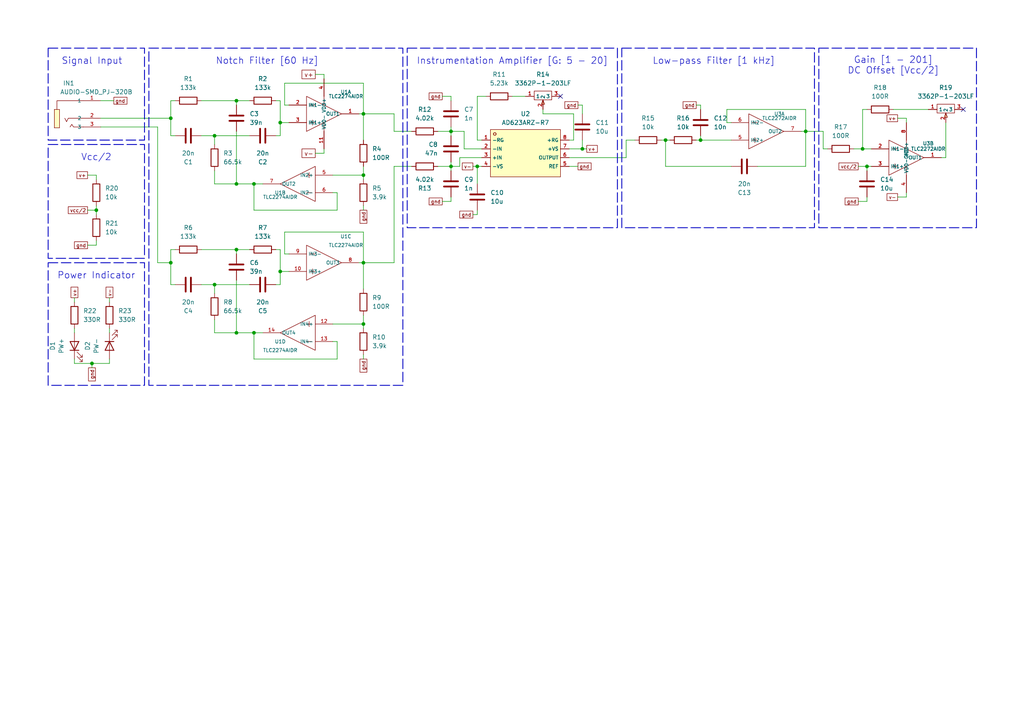
<source format=kicad_sch>
(kicad_sch (version 20250114) (generator "eeschema") (generator_version "9.0")
  (paper "A4")
  (lib_symbols
    (symbol "3362P-1-203LF:3362P-1-203LF"
      (property "Reference" "R" (at 0 1.27 0))
      (property "Value" "3362P-1-203LF" (at 0 -2.54 0))
      (symbol "3362P-1-203LF_0_1"
        (polyline (pts (xy -0.254 0) (xy -1.524 0)))
        (polyline (pts (xy 0.254 0) (xy -1.016 -0.508) (xy -1.016 0.508) (xy 0.254 0)) (fill (type background)))
        (polyline (pts (xy 0.254 -2.54) (xy 0.254 2.54) (xy 2.794 2.54) (xy 2.794 -2.54) (xy 0.254 -2.54)))
        (pin input line (at -2.54 0 0) (length 2.54) (name "2") (number "2"))
        (pin input line (at 1.27 5.08 270) (length 2.54) (name "1") (number "1"))
        (pin input line (at 1.27 -5.08 90) (length 2.54) (name "3") (number "3"))
      )
    )
    (symbol "AD623ARZ-R7:AD623ARZ-R7"
      (property "Reference" "U" (at 0 1.27 0))
      (property "Value" "AD623ARZ-R7" (at 0 -2.54 0))
      (symbol "AD623ARZ-R7_0_1"
        (rectangle (start -10.16 6.858) (end 10.16 -6.858) (fill (type background)))
        (circle (center -8.89 5.588) (radius 0.381) (fill (type background)))
        (circle (center -8.89 5.588) (radius 0.381) (fill (type background)))
        (pin unspecified line (at -12.7 3.81 0) (length 2.54) (name "-RG") (number "1"))
        (pin unspecified line (at -12.7 1.27 0) (length 2.54) (name "-IN") (number "2"))
        (pin unspecified line (at -12.7 -1.27 0) (length 2.54) (name "+IN") (number "3"))
        (pin unspecified line (at -12.7 -3.81 0) (length 2.54) (name "-VS") (number "4"))
        (pin unspecified line (at 12.7 3.81 180) (length 2.54) (name "+RG") (number "8"))
        (pin unspecified line (at 12.7 1.27 180) (length 2.54) (name "+VS") (number "7"))
        (pin unspecified line (at 12.7 -1.27 180) (length 2.54) (name "OUTPUT") (number "6"))
        (pin unspecified line (at 12.7 -3.81 180) (length 2.54) (name "REF") (number "5"))
      )
    )
    (symbol "Device:C" (pin_numbers (hide yes)) (pin_names (offset 0.254))
      (property "Reference" "C" (at 0.635 2.54 0))
      (property "Value" "C" (at 0.635 -2.54 0))
      (symbol "C_0_1"
        (polyline (pts (xy -2.032 0.762) (xy 2.032 0.762)) (stroke (width 0.508)))
        (polyline (pts (xy -2.032 -0.762) (xy 2.032 -0.762)) (stroke (width 0.508)))
      )
      (symbol "C_1_1"
        (pin passive line (at 0 3.81 270) (length 2.794) (name "~") (number "1"))
        (pin passive line (at 0 -3.81 90) (length 2.794) (name "~") (number "2"))
      )
    )
    (symbol "Device:LED" (pin_numbers (hide yes)) (pin_names (offset 1.016) (hide yes))
      (property "Reference" "D" (at 0 2.54 0))
      (property "Value" "LED" (at 0 -2.54 0))
      (symbol "LED_0_1"
        (polyline (pts (xy -3.048 -0.762) (xy -4.572 -2.286) (xy -3.81 -2.286) (xy -4.572 -2.286) (xy -4.572 -1.524)))
        (polyline (pts (xy -1.778 -0.762) (xy -3.302 -2.286) (xy -2.54 -2.286) (xy -3.302 -2.286) (xy -3.302 -1.524)))
        (polyline (pts (xy -1.27 0) (xy 1.27 0)))
        (polyline (pts (xy -1.27 -1.27) (xy -1.27 1.27)) (stroke (width 0.254)))
        (polyline (pts (xy 1.27 -1.27) (xy 1.27 1.27) (xy -1.27 0) (xy 1.27 -1.27)) (stroke (width 0.254)))
      )
      (symbol "LED_1_1"
        (pin passive line (at -3.81 0 0) (length 2.54) (name "K") (number "1"))
        (pin passive line (at 3.81 0 180) (length 2.54) (name "A") (number "2"))
      )
    )
    (symbol "Device:R" (pin_numbers (hide yes)) (pin_names (offset 0))
      (property "Reference" "R" (at 2.032 0 90))
      (property "Value" "R" (at 0 0 90))
      (symbol "R_0_1"
        (rectangle (start -1.016 -2.54) (end 1.016 2.54) (stroke (width 0.254)))
      )
      (symbol "R_1_1"
        (pin passive line (at 0 3.81 270) (length 1.27) (name "~") (number "1"))
        (pin passive line (at 0 -3.81 90) (length 1.27) (name "~") (number "2"))
      )
    )
    (symbol "PJ-320B:PJ-320B"
      (property "Reference" "AUDIO" (at 0 1.27 0))
      (property "Value" "PJ-320B" (at 0 -2.54 0))
      (symbol "PJ-320B_0_1"
        (rectangle (start -7.112 0) (end -5.588 -5.334) (fill (type background)))
        (polyline (pts (xy 1.27 2.54) (xy -6.35 2.54) (xy -6.35 0)))
        (polyline (pts (xy 1.27 -2.54) (xy -3.048 -2.54) (xy -3.556 -3.556) (xy -4.064 -2.54)))
        (polyline (pts (xy 1.27 -5.08) (xy -1.524 -5.08) (xy -2.032 -4.318) (xy -2.54 -5.08)))
        (pin unspecified line (at 6.35 2.54 180) (length 5.08) (name "1") (number "1"))
        (pin unspecified line (at 6.35 -2.54 180) (length 5.08) (name "2") (number "2"))
        (pin unspecified line (at 6.35 -5.08 180) (length 5.08) (name "3") (number "3"))
      )
    )
    (symbol "TLC2272AIDR:TLC2272AIDR"
      (property "Reference" "U" (at 0 1.27 0))
      (property "Value" "TLC2272AIDR" (at 0 -2.54 0))
      (symbol "TLC2272AIDR_1_1"
        (polyline (pts (xy -5.08 -5.08) (xy 5.08 0) (xy -5.08 5.08) (xy -5.08 -5.08)))
        (polyline (pts (xy -4.064 2.54) (xy -2.54 2.54)))
        (polyline (pts (xy -4.064 -2.54) (xy -2.54 -2.54)))
        (polyline (pts (xy -3.302 -1.778) (xy -3.302 -3.302)))
        (pin unspecified line (at -10.16 2.54 0) (length 5.08) (name "IN2-") (number "6"))
        (pin unspecified line (at -10.16 -2.54 0) (length 5.08) (name "IN2+") (number "5"))
        (pin output line (at 10.16 0 180) (length 5.08) (name "OUT2") (number "7"))
      )
      (symbol "TLC2272AIDR_2_1"
        (polyline (pts (xy -5.08 -5.08) (xy 5.08 0) (xy -5.08 5.08) (xy -5.08 -5.08)))
        (polyline (pts (xy -4.064 2.54) (xy -2.54 2.54)))
        (polyline (pts (xy -4.064 -2.54) (xy -2.54 -2.54)))
        (polyline (pts (xy -3.302 -1.778) (xy -3.302 -3.302)))
        (polyline (pts (xy 0 5.08) (xy 0 2.54)))
        (polyline (pts (xy 0 -2.54) (xy 0 -5.08)))
        (pin unspecified line (at -10.16 2.54 0) (length 5.08) (name "IN1-") (number "2"))
        (pin unspecified line (at -10.16 -2.54 0) (length 5.08) (name "IN1+") (number "3"))
        (pin power_in line (at 0 10.16 270) (length 5.08) (name "VDD+") (number "8"))
        (pin power_in line (at 0 -10.16 90) (length 5.08) (name "VDD-GND") (number "4"))
        (pin output line (at 10.16 0 180) (length 5.08) (name "OUT1") (number "1"))
      )
    )
    (symbol "TLC2274AIDR:TLC2274AIDR"
      (property "Reference" "U" (at 0 1.27 0))
      (property "Value" "TLC2274AIDR" (at 0 -2.54 0))
      (symbol "TLC2274AIDR_1_1"
        (polyline (pts (xy -5.08 -5.08) (xy 5.08 0) (xy -5.08 5.08) (xy -5.08 -5.08)))
        (polyline (pts (xy -4.064 2.54) (xy -2.54 2.54)))
        (polyline (pts (xy -4.064 -2.54) (xy -2.54 -2.54)))
        (polyline (pts (xy -3.302 -1.778) (xy -3.302 -3.302)))
        (polyline (pts (xy 0 5.08) (xy 0 2.54)))
        (polyline (pts (xy 0 -2.54) (xy 0 -5.08)))
        (pin unspecified line (at -10.16 2.54 0) (length 5.08) (name "IN1-") (number "2"))
        (pin unspecified line (at -10.16 -2.54 0) (length 5.08) (name "IN1+") (number "3"))
        (pin power_in line (at 0 10.16 270) (length 5.08) (name "VDD+") (number "4"))
        (pin power_in line (at 0 -10.16 90) (length 5.08) (name "VDD-") (number "11"))
        (pin output line (at 10.16 0 180) (length 5.08) (name "OUT1") (number "1"))
      )
      (symbol "TLC2274AIDR_2_1"
        (polyline (pts (xy -5.08 -5.08) (xy 5.08 0) (xy -5.08 5.08) (xy -5.08 -5.08)))
        (polyline (pts (xy -4.064 2.54) (xy -2.54 2.54)))
        (polyline (pts (xy -4.064 -2.54) (xy -2.54 -2.54)))
        (polyline (pts (xy -3.302 -1.778) (xy -3.302 -3.302)))
        (pin unspecified line (at -10.16 2.54 0) (length 5.08) (name "IN2-") (number "6"))
        (pin unspecified line (at -10.16 -2.54 0) (length 5.08) (name "IN2+") (number "5"))
        (pin output line (at 10.16 0 180) (length 5.08) (name "OUT2") (number "7"))
      )
      (symbol "TLC2274AIDR_3_1"
        (polyline (pts (xy -5.08 -5.08) (xy 5.08 0) (xy -5.08 5.08) (xy -5.08 -5.08)))
        (polyline (pts (xy -4.064 2.54) (xy -2.54 2.54)))
        (polyline (pts (xy -4.064 -2.54) (xy -2.54 -2.54)))
        (polyline (pts (xy -3.302 -1.778) (xy -3.302 -3.302)))
        (pin unspecified line (at -10.16 2.54 0) (length 5.08) (name "IN3-") (number "9"))
        (pin unspecified line (at -10.16 -2.54 0) (length 5.08) (name "IN3+") (number "10"))
        (pin output line (at 10.16 0 180) (length 5.08) (name "OUT3") (number "8"))
      )
      (symbol "TLC2274AIDR_4_1"
        (polyline (pts (xy -5.08 -5.08) (xy 5.08 0) (xy -5.08 5.08) (xy -5.08 -5.08)))
        (polyline (pts (xy -4.064 2.54) (xy -2.54 2.54)))
        (polyline (pts (xy -4.064 -2.54) (xy -2.54 -2.54)))
        (polyline (pts (xy -3.302 -1.778) (xy -3.302 -3.302)))
        (pin unspecified line (at -10.16 2.54 0) (length 5.08) (name "IN4-") (number "13"))
        (pin unspecified line (at -10.16 -2.54 0) (length 5.08) (name "IN4+") (number "12"))
        (pin output line (at 10.16 0 180) (length 5.08) (name "OUT4") (number "14"))
      )
    )
  )
  (rectangle (start 118.11 13.97) (end 179.07 66.04) (stroke (width 0.254) (type dash)))
  (rectangle (start 43.18 13.97) (end 116.84 111.76) (stroke (width 0.254) (type dash)))
  (rectangle (start 13.97 13.97) (end 41.91 40.64) (stroke (width 0.254) (type dash)))
  (rectangle (start 180.34 13.97) (end 236.22 66.04) (stroke (width 0.254) (type dash)))
  (rectangle (start 237.49 13.97) (end 283.21 66.04) (stroke (width 0.254) (type dash)))
  (rectangle (start 13.97 76.2) (end 41.91 111.76) (stroke (width 0.254) (type dash)))
  (rectangle (start 13.97 41.91) (end 41.91 74.93) (stroke (width 0.254) (type dash)))
  (text "Instrumentation Amplifier [G: 5 - 20]" (at 148.59 17.78 0) (effects (font (size 1.905 1.905))))
  (text "Notch Filter [60 Hz]" (at 77.47 17.78 0) (effects (font (size 1.905 1.905))))
  (text "Low-pass Filter [1 kHz]" (at 207.01 17.78 0) (effects (font (size 1.905 1.905))))
  (text "Power Indicator" (at 27.94 80.01 0) (effects (font (size 1.905 1.905))))
  (text "Signal Input" (at 26.67 17.78 0) (effects (font (size 1.905 1.905))))
  (text "Vcc/2" (at 27.94 45.72 0) (effects (font (size 1.905 1.905))))
  (text "Gain [1 - 201]\nDC Offset [Vcc/2]" (at 259.08 19.05 0) (effects (font (size 1.905 1.905))))
  (junction (at 105.41 50.8))
  (junction (at 68.58 53.34))
  (junction (at 26.67 105.41))
  (junction (at 73.66 96.52))
  (junction (at 138.43 48.26))
  (junction (at 203.2 40.64))
  (junction (at 168.91 43.18))
  (junction (at 49.53 34.29))
  (junction (at 251.46 48.26))
  (junction (at 250.19 43.18))
  (junction (at 73.66 53.34))
  (junction (at 130.81 38.1))
  (junction (at 27.94 60.96))
  (junction (at 81.28 35.56))
  (junction (at 62.23 82.55))
  (junction (at 62.23 39.37))
  (junction (at 105.41 33.02))
  (junction (at 68.58 29.21))
  (junction (at 105.41 93.98))
  (junction (at 233.68 38.1))
  (junction (at 81.28 78.74))
  (junction (at 193.04 40.64))
  (junction (at 68.58 96.52))
  (junction (at 130.81 48.26))
  (junction (at 49.53 76.2))
  (junction (at 105.41 76.2))
  (junction (at 68.58 72.39))
  (no_connect (at 279.4 31.75))
  (no_connect (at 162.56 27.94))
  (wire (pts (xy 62.23 39.37) (xy 62.23 41.91)))
  (wire (pts (xy 81.28 35.56) (xy 83.82 35.56)))
  (wire (pts (xy 193.04 40.64) (xy 194.31 40.64)))
  (wire (pts (xy 114.3 38.1) (xy 114.3 33.02)))
  (wire (pts (xy 21.59 105.41) (xy 21.59 104.14)))
  (wire (pts (xy 80.01 29.21) (xy 81.28 29.21)))
  (wire (pts (xy 233.68 48.26) (xy 233.68 38.1)))
  (wire (pts (xy 133.35 45.72) (xy 133.35 48.26)))
  (wire (pts (xy 262.89 34.29) (xy 262.89 35.56)))
  (wire (pts (xy 68.58 38.1) (xy 68.58 53.34)))
  (wire (pts (xy 114.3 38.1) (xy 119.38 38.1)))
  (wire (pts (xy 130.81 46.99) (xy 130.81 48.26)))
  (wire (pts (xy 25.4 50.8) (xy 27.94 50.8)))
  (wire (pts (xy 168.91 40.64) (xy 168.91 43.18)))
  (wire (pts (xy 62.23 53.34) (xy 68.58 53.34)))
  (wire (pts (xy 105.41 91.44) (xy 105.41 93.98)))
  (wire (pts (xy 168.91 43.18) (xy 170.18 43.18)))
  (wire (pts (xy 260.35 34.29) (xy 262.89 34.29)))
  (wire (pts (xy 26.67 105.41) (xy 21.59 105.41)))
  (wire (pts (xy 27.94 50.8) (xy 27.94 52.07)))
  (wire (pts (xy 251.46 48.26) (xy 251.46 49.53)))
  (wire (pts (xy 104.14 76.2) (xy 105.41 76.2)))
  (wire (pts (xy 138.43 27.94) (xy 138.43 40.64)))
  (wire (pts (xy 262.89 55.88) (xy 262.89 57.15)))
  (wire (pts (xy 91.44 21.59) (xy 93.98 21.59)))
  (wire (pts (xy 58.42 82.55) (xy 62.23 82.55)))
  (wire (pts (xy 93.98 21.59) (xy 93.98 22.86)))
  (wire (pts (xy 157.48 33.02) (xy 166.37 33.02)))
  (wire (pts (xy 62.23 49.53) (xy 62.23 53.34)))
  (wire (pts (xy 251.46 31.75) (xy 250.19 31.75)))
  (wire (pts (xy 27.94 59.69) (xy 27.94 60.96)))
  (wire (pts (xy 21.59 95.25) (xy 21.59 96.52)))
  (wire (pts (xy 68.58 81.28) (xy 68.58 96.52)))
  (wire (pts (xy 68.58 72.39) (xy 68.58 73.66)))
  (wire (pts (xy 251.46 58.42) (xy 251.46 57.15)))
  (wire (pts (xy 166.37 33.02) (xy 166.37 40.64)))
  (wire (pts (xy 105.41 24.13) (xy 105.41 33.02)))
  (wire (pts (xy 273.05 45.72) (xy 274.32 45.72)))
  (wire (pts (xy 133.35 48.26) (xy 130.81 48.26)))
  (wire (pts (xy 82.55 30.48) (xy 82.55 24.13)))
  (wire (pts (xy 165.1 48.26) (xy 167.64 48.26)))
  (wire (pts (xy 127 48.26) (xy 130.81 48.26)))
  (wire (pts (xy 25.4 60.96) (xy 27.94 60.96)))
  (wire (pts (xy 168.91 30.48) (xy 168.91 33.02)))
  (wire (pts (xy 130.81 57.15) (xy 130.81 58.42)))
  (wire (pts (xy 201.93 40.64) (xy 203.2 40.64)))
  (wire (pts (xy 82.55 24.13) (xy 105.41 24.13)))
  (wire (pts (xy 105.41 67.31) (xy 105.41 76.2)))
  (wire (pts (xy 114.3 48.26) (xy 119.38 48.26)))
  (wire (pts (xy 248.92 48.26) (xy 251.46 48.26)))
  (wire (pts (xy 68.58 29.21) (xy 68.58 30.48)))
  (wire (pts (xy 138.43 40.64) (xy 139.7 40.64)))
  (wire (pts (xy 105.41 59.69) (xy 105.41 60.96)))
  (wire (pts (xy 62.23 96.52) (xy 68.58 96.52)))
  (wire (pts (xy 58.42 29.21) (xy 68.58 29.21)))
  (wire (pts (xy 240.03 43.18) (xy 238.76 43.18)))
  (wire (pts (xy 203.2 40.64) (xy 212.09 40.64)))
  (wire (pts (xy 165.1 43.18) (xy 168.91 43.18)))
  (wire (pts (xy 73.66 53.34) (xy 76.2 53.34)))
  (wire (pts (xy 81.28 35.56) (xy 81.28 39.37)))
  (wire (pts (xy 49.53 72.39) (xy 50.8 72.39)))
  (wire (pts (xy 134.62 43.18) (xy 134.62 38.1)))
  (wire (pts (xy 219.71 48.26) (xy 233.68 48.26)))
  (wire (pts (xy 259.08 31.75) (xy 269.24 31.75)))
  (wire (pts (xy 83.82 73.66) (xy 82.55 73.66)))
  (wire (pts (xy 138.43 60.96) (xy 138.43 62.23)))
  (wire (pts (xy 97.79 60.96) (xy 73.66 60.96)))
  (wire (pts (xy 138.43 48.26) (xy 138.43 53.34)))
  (wire (pts (xy 233.68 31.75) (xy 233.68 38.1)))
  (wire (pts (xy 127 38.1) (xy 130.81 38.1)))
  (wire (pts (xy 49.53 76.2) (xy 49.53 82.55)))
  (wire (pts (xy 68.58 29.21) (xy 72.39 29.21)))
  (wire (pts (xy 105.41 76.2) (xy 105.41 83.82)))
  (wire (pts (xy 45.72 36.83) (xy 45.72 76.2)))
  (wire (pts (xy 104.14 33.02) (xy 105.41 33.02)))
  (wire (pts (xy 167.64 30.48) (xy 168.91 30.48)))
  (wire (pts (xy 130.81 48.26) (xy 130.81 49.53)))
  (wire (pts (xy 81.28 82.55) (xy 80.01 82.55)))
  (wire (pts (xy 81.28 78.74) (xy 83.82 78.74)))
  (wire (pts (xy 247.65 43.18) (xy 250.19 43.18)))
  (wire (pts (xy 31.75 86.36) (xy 31.75 87.63)))
  (wire (pts (xy 73.66 60.96) (xy 73.66 53.34)))
  (wire (pts (xy 93.98 44.45) (xy 93.98 43.18)))
  (wire (pts (xy 73.66 96.52) (xy 76.2 96.52)))
  (wire (pts (xy 31.75 95.25) (xy 31.75 96.52)))
  (wire (pts (xy 31.75 104.14) (xy 31.75 105.41)))
  (wire (pts (xy 105.41 93.98) (xy 105.41 95.25)))
  (wire (pts (xy 25.4 71.12) (xy 27.94 71.12)))
  (wire (pts (xy 82.55 73.66) (xy 82.55 67.31)))
  (wire (pts (xy 248.92 58.42) (xy 251.46 58.42)))
  (wire (pts (xy 31.75 105.41) (xy 26.67 105.41)))
  (wire (pts (xy 82.55 67.31) (xy 105.41 67.31)))
  (wire (pts (xy 81.28 39.37) (xy 80.01 39.37)))
  (wire (pts (xy 130.81 27.94) (xy 130.81 29.21)))
  (wire (pts (xy 49.53 29.21) (xy 50.8 29.21)))
  (wire (pts (xy 130.81 36.83) (xy 130.81 38.1)))
  (wire (pts (xy 29.21 29.21) (xy 33.02 29.21)))
  (wire (pts (xy 62.23 82.55) (xy 72.39 82.55)))
  (wire (pts (xy 73.66 104.14) (xy 73.66 96.52)))
  (wire (pts (xy 81.28 72.39) (xy 81.28 78.74)))
  (wire (pts (xy 212.09 35.56) (xy 210.82 35.56)))
  (wire (pts (xy 105.41 48.26) (xy 105.41 50.8)))
  (wire (pts (xy 114.3 76.2) (xy 105.41 76.2)))
  (wire (pts (xy 157.48 31.75) (xy 157.48 33.02)))
  (wire (pts (xy 21.59 86.36) (xy 21.59 87.63)))
  (wire (pts (xy 191.77 40.64) (xy 193.04 40.64)))
  (wire (pts (xy 165.1 45.72) (xy 181.61 45.72)))
  (wire (pts (xy 203.2 39.37) (xy 203.2 40.64)))
  (wire (pts (xy 250.19 31.75) (xy 250.19 43.18)))
  (wire (pts (xy 138.43 27.94) (xy 140.97 27.94)))
  (wire (pts (xy 49.53 39.37) (xy 49.53 34.29)))
  (wire (pts (xy 203.2 30.48) (xy 203.2 31.75)))
  (wire (pts (xy 68.58 72.39) (xy 72.39 72.39)))
  (wire (pts (xy 166.37 40.64) (xy 165.1 40.64)))
  (wire (pts (xy 130.81 58.42) (xy 128.27 58.42)))
  (wire (pts (xy 274.32 35.56) (xy 274.32 45.72)))
  (wire (pts (xy 49.53 72.39) (xy 49.53 76.2)))
  (wire (pts (xy 80.01 72.39) (xy 81.28 72.39)))
  (wire (pts (xy 50.8 82.55) (xy 49.53 82.55)))
  (wire (pts (xy 114.3 33.02) (xy 105.41 33.02)))
  (wire (pts (xy 81.28 29.21) (xy 81.28 35.56)))
  (wire (pts (xy 134.62 38.1) (xy 130.81 38.1)))
  (wire (pts (xy 97.79 99.06) (xy 97.79 104.14)))
  (wire (pts (xy 27.94 71.12) (xy 27.94 69.85)))
  (wire (pts (xy 62.23 82.55) (xy 62.23 85.09)))
  (wire (pts (xy 83.82 30.48) (xy 82.55 30.48)))
  (wire (pts (xy 26.67 106.68) (xy 26.67 105.41)))
  (wire (pts (xy 45.72 76.2) (xy 49.53 76.2)))
  (wire (pts (xy 81.28 78.74) (xy 81.28 82.55)))
  (wire (pts (xy 181.61 45.72) (xy 181.61 40.64)))
  (wire (pts (xy 96.52 99.06) (xy 97.79 99.06)))
  (wire (pts (xy 251.46 48.26) (xy 252.73 48.26)))
  (wire (pts (xy 68.58 96.52) (xy 73.66 96.52)))
  (wire (pts (xy 250.19 43.18) (xy 252.73 43.18)))
  (wire (pts (xy 29.21 36.83) (xy 45.72 36.83)))
  (wire (pts (xy 181.61 40.64) (xy 184.15 40.64)))
  (wire (pts (xy 210.82 35.56) (xy 210.82 31.75)))
  (wire (pts (xy 27.94 60.96) (xy 27.94 62.23)))
  (wire (pts (xy 212.09 48.26) (xy 193.04 48.26)))
  (wire (pts (xy 49.53 29.21) (xy 49.53 34.29)))
  (wire (pts (xy 97.79 104.14) (xy 73.66 104.14)))
  (wire (pts (xy 233.68 38.1) (xy 232.41 38.1)))
  (wire (pts (xy 96.52 55.88) (xy 97.79 55.88)))
  (wire (pts (xy 138.43 48.26) (xy 139.7 48.26)))
  (wire (pts (xy 58.42 72.39) (xy 68.58 72.39)))
  (wire (pts (xy 130.81 38.1) (xy 130.81 39.37)))
  (wire (pts (xy 201.93 30.48) (xy 203.2 30.48)))
  (wire (pts (xy 137.16 48.26) (xy 138.43 48.26)))
  (wire (pts (xy 105.41 102.87) (xy 105.41 104.14)))
  (wire (pts (xy 139.7 45.72) (xy 133.35 45.72)))
  (wire (pts (xy 105.41 50.8) (xy 105.41 52.07)))
  (wire (pts (xy 68.58 53.34) (xy 73.66 53.34)))
  (wire (pts (xy 105.41 33.02) (xy 105.41 40.64)))
  (wire (pts (xy 96.52 50.8) (xy 105.41 50.8)))
  (wire (pts (xy 114.3 48.26) (xy 114.3 76.2)))
  (wire (pts (xy 93.98 44.45) (xy 91.44 44.45)))
  (wire (pts (xy 148.59 27.94) (xy 152.4 27.94)))
  (wire (pts (xy 138.43 62.23) (xy 137.16 62.23)))
  (wire (pts (xy 29.21 34.29) (xy 49.53 34.29)))
  (wire (pts (xy 96.52 93.98) (xy 105.41 93.98)))
  (wire (pts (xy 210.82 31.75) (xy 233.68 31.75)))
  (wire (pts (xy 128.27 27.94) (xy 130.81 27.94)))
  (wire (pts (xy 262.89 57.15) (xy 260.35 57.15)))
  (wire (pts (xy 97.79 55.88) (xy 97.79 60.96)))
  (wire (pts (xy 62.23 39.37) (xy 72.39 39.37)))
  (wire (pts (xy 62.23 92.71) (xy 62.23 96.52)))
  (wire (pts (xy 233.68 38.1) (xy 238.76 38.1)))
  (wire (pts (xy 238.76 38.1) (xy 238.76 43.18)))
  (wire (pts (xy 50.8 39.37) (xy 49.53 39.37)))
  (wire (pts (xy 58.42 39.37) (xy 62.23 39.37)))
  (wire (pts (xy 139.7 43.18) (xy 134.62 43.18)))
  (wire (pts (xy 193.04 48.26) (xy 193.04 40.64)))
  (global_label "gnd" (shape passive) (at 137.16 62.23 180) (effects (font (size 1.016 1.016))) (property "Intersheetrefs" "${INTERSHEET_REFS}" (effects (hide yes))))
  (global_label "gnd" (shape passive) (at 248.92 58.42 180) (effects (font (size 1.016 1.016))) (property "Intersheetrefs" "${INTERSHEET_REFS}" (effects (hide yes))))
  (global_label "gnd" (shape passive) (at 26.67 106.68 270) (effects (font (size 1.016 1.016))) (property "Intersheetrefs" "${INTERSHEET_REFS}" (effects (hide yes))))
  (global_label "gnd" (shape passive) (at 128.27 58.42 180) (effects (font (size 1.016 1.016))) (property "Intersheetrefs" "${INTERSHEET_REFS}" (effects (hide yes))))
  (global_label "gnd" (shape passive) (at 33.02 29.21 0) (effects (font (size 1.016 1.016))) (property "Intersheetrefs" "${INTERSHEET_REFS}" (effects (hide yes))))
  (global_label "gnd" (shape passive) (at 167.64 30.48 180) (effects (font (size 1.016 1.016))) (property "Intersheetrefs" "${INTERSHEET_REFS}" (effects (hide yes))))
  (global_label "gnd" (shape passive) (at 167.64 48.26 0) (effects (font (size 1.016 1.016))) (property "Intersheetrefs" "${INTERSHEET_REFS}" (effects (hide yes))))
  (global_label "v+" (shape passive) (at 91.44 21.59 180) (property "Intersheetrefs" "${INTERSHEET_REFS}" (effects (hide yes))))
  (global_label "gnd" (shape passive) (at 201.93 30.48 180) (effects (font (size 1.016 1.016))) (property "Intersheetrefs" "${INTERSHEET_REFS}" (effects (hide yes))))
  (global_label "v+" (shape passive) (at 260.35 34.29 180) (effects (font (size 1.016 1.016))) (property "Intersheetrefs" "${INTERSHEET_REFS}" (effects (hide yes))))
  (global_label "gnd" (shape passive) (at 105.41 104.14 270) (effects (font (size 1.016 1.016))) (property "Intersheetrefs" "${INTERSHEET_REFS}" (effects (hide yes))))
  (global_label "gnd" (shape passive) (at 128.27 27.94 180) (effects (font (size 1.016 1.016))) (property "Intersheetrefs" "${INTERSHEET_REFS}" (effects (hide yes))))
  (global_label "v-" (shape passive) (at 260.35 57.15 180) (effects (font (size 1.016 1.016))) (property "Intersheetrefs" "${INTERSHEET_REFS}" (effects (hide yes))))
  (global_label "gnd" (shape passive) (at 105.41 60.96 270) (effects (font (size 1.016 1.016))) (property "Intersheetrefs" "${INTERSHEET_REFS}" (effects (hide yes))))
  (global_label "v+" (shape passive) (at 25.4 50.8 180) (effects (font (size 1.016 1.016))) (property "Intersheetrefs" "${INTERSHEET_REFS}" (effects (hide yes))))
  (global_label "vcc{slash}2" (shape passive) (at 25.4 60.96 180) (effects (font (size 1.016 1.016))) (property "Intersheetrefs" "${INTERSHEET_REFS}" (effects (hide yes))))
  (global_label "gnd" (shape passive) (at 25.4 71.12 180) (effects (font (size 1.016 1.016))) (property "Intersheetrefs" "${INTERSHEET_REFS}" (effects (hide yes))))
  (global_label "v+" (shape passive) (at 21.59 86.36 90) (effects (font (size 1.016 1.016))) (property "Intersheetrefs" "${INTERSHEET_REFS}" (effects (hide yes))))
  (global_label "v-" (shape passive) (at 91.44 44.45 180) (property "Intersheetrefs" "${INTERSHEET_REFS}" (effects (hide yes))))
  (global_label "v-" (shape passive) (at 137.16 48.26 180) (effects (font (size 1.016 1.016))) (property "Intersheetrefs" "${INTERSHEET_REFS}" (effects (hide yes))))
  (global_label "vcc{slash}2" (shape passive) (at 248.92 48.26 180) (effects (font (size 1.016 1.016))) (property "Intersheetrefs" "${INTERSHEET_REFS}" (effects (hide yes))))
  (global_label "v-" (shape passive) (at 31.75 86.36 90) (effects (font (size 1.016 1.016))) (property "Intersheetrefs" "${INTERSHEET_REFS}" (effects (hide yes))))
  (global_label "v+" (shape passive) (at 170.18 43.18 0) (effects (font (size 1.016 1.016))) (property "Intersheetrefs" "${INTERSHEET_REFS}" (effects (hide yes))))
  (symbol (lib_id "Device:R") (at 27.94 55.88 0) (unit 1)
    (property "Reference" "R20" (at 30.48 54.6099 0) (effects (justify left)))
    (property "Value" "10k" (at 30.48 57.1499 0) (effects (justify left)))
    (property "Footprint" "footprints_jlc:R0603" (effects (hide yes)))
    (property "Description" "Resistor" (effects (hide yes)))
    (property "LCSC" "C845630" (effects (hide yes)))
  )
  (symbol (lib_id "Device:C") (at 76.2 39.37 90) (mirror x) (unit 1)
    (property "Reference" "C2" (at 76.2 46.99 90))
    (property "Value" "20n" (at 76.2 44.45 90))
    (property "Footprint" "footprints_jlc:C1206" (effects (hide yes)))
    (property "Description" "Unpolarized capacitor" (effects (hide yes)))
    (property "LCSC" "C172741" (effects (hide yes)))
  )
  (symbol (lib_id "Device:C") (at 76.2 82.55 90) (mirror x) (unit 1)
    (property "Reference" "C5" (at 76.2 90.17 90))
    (property "Value" "20n" (at 76.2 87.63 90))
    (property "Footprint" "footprints_jlc:C1206" (effects (hide yes)))
    (property "Description" "Unpolarized capacitor" (effects (hide yes)))
    (property "LCSC" "C172741" (effects (hide yes)))
  )
  (symbol (lib_id "TLC2274AIDR:TLC2274AIDR") (at 86.36 53.34 180) (unit 2)
    (property "Reference" "U1" (at 81.28 55.88 0) (effects (font (size 1.016 1.016))))
    (property "Value" "TLC2274AIDR" (at 81.28 57.15 0) (effects (font (size 1.016 1.016))))
    (property "Footprint" "footprints_jlc:SOIC-14_L8.7-W3.9-P1.27-LS6.0-BL" (effects (hide yes)))
    (property "Datasheet" "https://item.szlcsc.com/7253.html" (effects (hide yes)))
    (property "Description" "Operational Amplifier" (effects (hide yes)))
    (property "LCSC" "C93026" (effects (hide yes)))
  )
  (symbol (lib_id "Device:C") (at 54.61 82.55 90) (mirror x) (unit 1)
    (property "Reference" "C4" (at 54.61 90.17 90))
    (property "Value" "20n" (at 54.61 87.63 90))
    (property "Footprint" "footprints_jlc:C1206" (effects (hide yes)))
    (property "Description" "Unpolarized capacitor" (effects (hide yes)))
    (property "LCSC" "C172741" (effects (hide yes)))
  )
  (symbol (lib_id "Device:R") (at 21.59 91.44 0) (unit 1)
    (property "Reference" "R22" (at 24.13 90.1699 0) (effects (justify left)))
    (property "Value" "330R" (at 24.13 92.7099 0) (effects (justify left)))
    (property "Footprint" "footprints_jlc:R0402" (effects (hide yes)))
    (property "Description" "Resistor" (effects (hide yes)))
    (property "LCSC" "C427206" (effects (hide yes)))
  )
  (symbol (lib_id "Device:R") (at 198.12 40.64 90) (unit 1)
    (property "Reference" "R16" (at 198.12 34.29 90))
    (property "Value" "10k" (at 198.12 36.83 90))
    (property "Footprint" "footprints_jlc:R0603" (effects (hide yes)))
    (property "Description" "Resistor" (effects (hide yes)))
    (property "LCSC" "C845630" (effects (hide yes)))
  )
  (symbol (lib_id "Device:C") (at 203.2 35.56 0) (unit 1)
    (property "Reference" "C12" (at 207.01 34.2899 0) (effects (justify left)))
    (property "Value" "10n" (at 207.01 36.8299 0) (effects (justify left)))
    (property "Footprint" "footprints_jlc:C1206" (effects (hide yes)))
    (property "Description" "Unpolarized capacitor" (effects (hide yes)))
    (property "LCSC" "C97928" (effects (hide yes)))
  )
  (symbol (lib_id "Device:R") (at 62.23 88.9 180) (unit 1)
    (property "Reference" "R8" (at 64.77 87.6299 0) (effects (justify right)))
    (property "Value" "66.5k" (at 64.77 90.1699 0) (effects (justify right)))
    (property "Footprint" "footprints_jlc:R1206" (effects (hide yes)))
    (property "Description" "Resistor" (effects (hide yes)))
    (property "LCSC" "C3009082" (effects (hide yes)))
  )
  (symbol (lib_id "Device:C") (at 215.9 48.26 90) (mirror x) (unit 1)
    (property "Reference" "C13" (at 215.9 55.88 90))
    (property "Value" "20n" (at 215.9 53.34 90))
    (property "Footprint" "footprints_jlc:C1206" (effects (hide yes)))
    (property "Description" "Unpolarized capacitor" (effects (hide yes)))
    (property "LCSC" "C172741" (effects (hide yes)))
  )
  (symbol (lib_id "Device:R") (at 105.41 87.63 0) (unit 1)
    (property "Reference" "R9" (at 107.95 86.3599 0) (effects (justify left)))
    (property "Value" "100R" (at 107.95 88.8999 0) (effects (justify left)))
    (property "Footprint" "footprints_jlc:R0603" (effects (hide yes)))
    (property "Description" "Resistor" (effects (hide yes)))
    (property "LCSC" "C3995643" (effects (hide yes)))
  )
  (symbol (lib_id "TLC2274AIDR:TLC2274AIDR") (at 86.36 96.52 180) (unit 4)
    (property "Reference" "U1" (at 81.28 99.06 0) (effects (font (size 1.016 1.016))))
    (property "Value" "TLC2274AIDR" (at 81.28 101.6 0) (effects (font (size 1.016 1.016))))
    (property "Footprint" "footprints_jlc:SOIC-14_L8.7-W3.9-P1.27-LS6.0-BL" (effects (hide yes)))
    (property "Datasheet" "https://item.szlcsc.com/7253.html" (effects (hide yes)))
    (property "Description" "Operational Amplifier" (effects (hide yes)))
    (property "LCSC" "C93026" (effects (hide yes)))
  )
  (symbol (lib_id "Device:C") (at 130.81 53.34 0) (unit 1)
    (property "Reference" "C9" (at 134.62 52.0699 0) (effects (justify left)))
    (property "Value" "1n" (at 134.62 54.6099 0) (effects (justify left)))
    (property "Footprint" "footprints_jlc:C0805" (effects (hide yes)))
    (property "Description" "Unpolarized capacitor" (effects (hide yes)))
    (property "LCSC" "C1791" (effects (hide yes)))
  )
  (symbol (lib_id "Device:R") (at 62.23 45.72 180) (unit 1)
    (property "Reference" "R3" (at 64.77 44.4499 0) (effects (justify right)))
    (property "Value" "66.5k" (at 64.77 46.9899 0) (effects (justify right)))
    (property "Footprint" "footprints_jlc:R1206" (effects (hide yes)))
    (property "Description" "Resistor" (effects (hide yes)))
    (property "LCSC" "C3009082" (effects (hide yes)))
  )
  (symbol (lib_id "AD623ARZ-R7:AD623ARZ-R7") (at 152.4 44.45 0) (unit 1)
    (property "Reference" "U2" (at 152.4 33.02 0))
    (property "Value" "AD623ARZ-R7" (at 152.4 35.56 0))
    (property "Footprint" "footprints_jlc:SOIC-8_L5.0-W4.0-P1.27-LS6.0-BL" (effects (hide yes)))
    (property "Datasheet" "https://item.szlcsc.com/417287.html" (effects (hide yes)))
    (property "LCSC" "C9676" (effects (hide yes)))
  )
  (symbol (lib_id "Device:R") (at 123.19 38.1 90) (unit 1)
    (property "Reference" "R12" (at 123.19 31.75 90))
    (property "Value" "4.02k" (at 123.19 34.29 90))
    (property "Footprint" "footprints_jlc:R0805" (effects (hide yes)))
    (property "Description" "Resistor" (effects (hide yes)))
    (property "LCSC" "C844212" (effects (hide yes)))
  )
  (symbol (lib_id "Device:C") (at 54.61 39.37 90) (mirror x) (unit 1)
    (property "Reference" "C1" (at 54.61 46.99 90))
    (property "Value" "20n" (at 54.61 44.45 90))
    (property "Footprint" "footprints_jlc:C1206" (effects (hide yes)))
    (property "Description" "Unpolarized capacitor" (effects (hide yes)))
    (property "LCSC" "C172741" (effects (hide yes)))
  )
  (symbol (lib_id "TLC2274AIDR:TLC2274AIDR") (at 93.98 76.2 0) (unit 3)
    (property "Reference" "U1" (at 100.33 68.58 0) (effects (font (size 1.016 1.016))))
    (property "Value" "TLC2274AIDR" (at 100.33 71.12 0) (effects (font (size 1.016 1.016))))
    (property "Footprint" "footprints_jlc:SOIC-14_L8.7-W3.9-P1.27-LS6.0-BL" (effects (hide yes)))
    (property "Datasheet" "https://item.szlcsc.com/7253.html" (effects (hide yes)))
    (property "Description" "Operational Amplifier" (effects (hide yes)))
    (property "LCSC" "C93026" (effects (hide yes)))
  )
  (symbol (lib_id "Device:R") (at 27.94 66.04 0) (unit 1)
    (property "Reference" "R21" (at 30.48 64.7699 0) (effects (justify left)))
    (property "Value" "10k" (at 30.48 67.3099 0) (effects (justify left)))
    (property "Footprint" "footprints_jlc:R0603" (effects (hide yes)))
    (property "Description" "Resistor" (effects (hide yes)))
    (property "LCSC" "C845630" (effects (hide yes)))
  )
  (symbol (lib_id "Device:R") (at 187.96 40.64 90) (unit 1)
    (property "Reference" "R15" (at 187.96 34.29 90))
    (property "Value" "10k" (at 187.96 36.83 90))
    (property "Footprint" "footprints_jlc:R0603" (effects (hide yes)))
    (property "Description" "Resistor" (effects (hide yes)))
    (property "LCSC" "C845630" (effects (hide yes)))
  )
  (symbol (lib_id "Device:R") (at 105.41 55.88 0) (unit 1)
    (property "Reference" "R5" (at 107.95 54.6099 0) (effects (justify left)))
    (property "Value" "3.9k" (at 107.95 57.1499 0) (effects (justify left)))
    (property "Footprint" "footprints_jlc:R0603" (effects (hide yes)))
    (property "Description" "Resistor" (effects (hide yes)))
    (property "LCSC" "C313750" (effects (hide yes)))
  )
  (symbol (lib_id "Device:R") (at 243.84 43.18 90) (unit 1)
    (property "Reference" "R17" (at 243.84 36.83 90))
    (property "Value" "100R" (at 243.84 39.37 90))
    (property "Footprint" "footprints_jlc:R0603" (effects (hide yes)))
    (property "Description" "Resistor" (effects (hide yes)))
    (property "LCSC" "C3995643" (effects (hide yes)))
  )
  (symbol (lib_id "Device:C") (at 251.46 53.34 0) (unit 1)
    (property "Reference" "C14" (at 255.27 52.0699 0) (effects (justify left)))
    (property "Value" "10u" (at 255.27 54.6099 0) (effects (justify left)))
    (property "Footprint" "footprints_jlc:C0603" (effects (hide yes)))
    (property "Description" "Unpolarized capacitor" (effects (hide yes)))
    (property "LCSC" "C77044" (effects (hide yes)))
  )
  (symbol (lib_id "Device:R") (at 76.2 29.21 90) (unit 1)
    (property "Reference" "R2" (at 76.2 22.86 90))
    (property "Value" "133k" (at 76.2 25.4 90))
    (property "Footprint" "footprints_jlc:R1206" (effects (hide yes)))
    (property "Description" "Resistor" (effects (hide yes)))
    (property "LCSC" "C706449" (effects (hide yes)))
  )
  (symbol (lib_id "TLC2272AIDR:TLC2272AIDR") (at 222.25 38.1 0) (unit 1)
    (property "Reference" "U3" (at 226.06 33.02 0) (effects (font (size 1.016 1.016))))
    (property "Value" "TLC2272AIDR" (at 226.06 34.29 0) (effects (font (size 1.016 1.016))))
    (property "Footprint" "footprints_jlc:SOIC-8_L4.9-W3.9-P1.27-LS6.0-BL" (effects (hide yes)))
    (property "Datasheet" "https://so.szlcsc.com/global.html?c=&k=C9843" (effects (hide yes)))
    (property "LCSC" "C146678" (effects (hide yes)))
  )
  (symbol (lib_id "Device:R") (at 76.2 72.39 90) (unit 1)
    (property "Reference" "R7" (at 76.2 66.04 90))
    (property "Value" "133k" (at 76.2 68.58 90))
    (property "Footprint" "footprints_jlc:R1206" (effects (hide yes)))
    (property "Description" "Resistor" (effects (hide yes)))
    (property "LCSC" "C706449" (effects (hide yes)))
  )
  (symbol (lib_id "Device:LED") (at 21.59 100.33 90) (unit 1)
    (property "Reference" "D1" (at 15.24 100.33 0))
    (property "Value" "PW+" (at 17.78 100.33 0))
    (property "Footprint" "footprints_jlc:LED0402-R-RD_RED" (effects (hide yes)))
    (property "Description" "Light emitting diode" (effects (hide yes)))
    (property "Sim.Pins" "1=K 2=A" (effects (hide yes)))
    (property "LCSC" "C136765" (effects (hide yes)))
  )
  (symbol (lib_id "Device:C") (at 68.58 34.29 180) (unit 1)
    (property "Reference" "C3" (at 72.39 33.0199 0) (effects (justify right)))
    (property "Value" "39n" (at 72.39 35.5599 0) (effects (justify right)))
    (property "Footprint" "footprints_jlc:C1206" (effects (hide yes)))
    (property "Description" "Unpolarized capacitor" (effects (hide yes)))
    (property "LCSC" "C524625" (effects (hide yes)))
  )
  (symbol (lib_id "3362P-1-203LF:3362P-1-203LF") (at 157.48 29.21 90) (unit 1)
    (property "Reference" "R14" (at 157.48 21.59 90))
    (property "Value" "3362P-1-203LF" (at 157.48 24.13 90))
    (property "Footprint" "footprints_jlc:RES-ADJ-TH_3362P" (effects (hide yes)))
    (property "Datasheet" "https://lcsc.com/product-detail/Precision-Potentiometer_Made-in-China-3362P-1-105_C20063.html" (effects (hide yes)))
    (property "LCSC" "C81263" (effects (hide yes)))
  )
  (symbol (lib_id "Device:R") (at 54.61 72.39 90) (unit 1)
    (property "Reference" "R6" (at 54.61 66.04 90))
    (property "Value" "133k" (at 54.61 68.58 90))
    (property "Footprint" "footprints_jlc:R1206" (effects (hide yes)))
    (property "Description" "Resistor" (effects (hide yes)))
    (property "LCSC" "C706449" (effects (hide yes)))
  )
  (symbol (lib_id "Device:LED") (at 31.75 100.33 90) (mirror x) (unit 1)
    (property "Reference" "D2" (at 25.4 100.33 0))
    (property "Value" "PW-" (at 27.94 100.33 0))
    (property "Footprint" "footprints_jlc:LED0402-R-RD_RED" (effects (hide yes)))
    (property "Description" "Light emitting diode" (effects (hide yes)))
    (property "Sim.Pins" "1=K 2=A" (effects (hide yes)))
    (property "LCSC" "C136765" (effects (hide yes)))
  )
  (symbol (lib_id "Device:C") (at 130.81 43.18 0) (mirror y) (unit 1)
    (property "Reference" "C8" (at 127 41.9099 0) (effects (justify left)))
    (property "Value" "47n" (at 127 44.4499 0) (effects (justify left)))
    (property "Footprint" "footprints_jlc:C1206" (effects (hide yes)))
    (property "Description" "Unpolarized capacitor" (effects (hide yes)))
    (property "LCSC" "C21812" (effects (hide yes)))
  )
  (symbol (lib_id "Device:R") (at 144.78 27.94 90) (unit 1)
    (property "Reference" "R11" (at 144.78 21.59 90))
    (property "Value" "5.23k" (at 144.78 24.13 90))
    (property "Footprint" "footprints_jlc:R0402" (effects (hide yes)))
    (property "Description" "Resistor (RG)" (effects (hide yes)))
    (property "LCSC" "C241138" (effects (hide yes)))
  )
  (symbol (lib_id "PJ-320B:PJ-320B") (at 22.86 31.75 0) (unit 1)
    (property "Reference" "IN1" (at 19.939 24.13 0))
    (property "Value" "AUDIO-SMD_PJ-320B" (at 27.94 26.67 0))
    (property "Footprint" "footprints_jlc:AUDIO-SMD_PJ-320B" (effects (hide yes)))
    (property "Datasheet" "https://atta.szlcsc.com/upload/public/pdf/source/20180120/C18594_15164110647051284730.pdf" (effects (hide yes)))
    (property "Description" "Audio Jack" (effects (hide yes)))
    (property "LCSC" "C18594" (effects (hide yes)))
  )
  (symbol (lib_id "Device:R") (at 54.61 29.21 90) (unit 1)
    (property "Reference" "R1" (at 54.61 22.86 90))
    (property "Value" "133k" (at 54.61 25.4 90))
    (property "Footprint" "footprints_jlc:R1206" (effects (hide yes)))
    (property "Description" "Resistor" (effects (hide yes)))
    (property "LCSC" "C706449" (effects (hide yes)))
  )
  (symbol (lib_id "Device:R") (at 123.19 48.26 90) (mirror x) (unit 1)
    (property "Reference" "R13" (at 123.19 54.61 90))
    (property "Value" "4.02k" (at 123.19 52.07 90))
    (property "Footprint" "footprints_jlc:R0805" (effects (hide yes)))
    (property "Description" "Resistor" (effects (hide yes)))
    (property "LCSC" "C844212" (effects (hide yes)))
  )
  (symbol (lib_id "Device:R") (at 105.41 99.06 0) (unit 1)
    (property "Reference" "R10" (at 107.95 97.7899 0) (effects (justify left)))
    (property "Value" "3.9k" (at 107.95 100.3299 0) (effects (justify left)))
    (property "Footprint" "footprints_jlc:R0603" (effects (hide yes)))
    (property "Description" "Resistor" (effects (hide yes)))
    (property "LCSC" "C313750" (effects (hide yes)))
  )
  (symbol (lib_id "TLC2274AIDR:TLC2274AIDR") (at 93.98 33.02 0) (unit 1)
    (property "Reference" "U1" (at 100.33 26.67 0) (effects (font (size 1.016 1.016))))
    (property "Value" "TLC2274AIDR" (at 100.33 27.94 0) (effects (font (size 1.016 1.016))))
    (property "Footprint" "footprints_jlc:SOIC-14_L8.7-W3.9-P1.27-LS6.0-BL" (effects (hide yes)))
    (property "Datasheet" "https://item.szlcsc.com/7253.html" (effects (hide yes)))
    (property "Description" "Operational Amplifier" (effects (hide yes)))
    (property "LCSC" "C93026" (effects (hide yes)))
  )
  (symbol (lib_id "Device:C") (at 138.43 57.15 0) (unit 1)
    (property "Reference" "C10" (at 142.24 55.8799 0) (effects (justify left)))
    (property "Value" "10u" (at 142.24 58.4199 0) (effects (justify left)))
    (property "Footprint" "footprints_jlc:C0603" (effects (hide yes)))
    (property "Description" "Unpolarized capacitor" (effects (hide yes)))
    (property "LCSC" "C77044" (effects (hide yes)))
  )
  (symbol (lib_id "Device:C") (at 68.58 77.47 180) (unit 1)
    (property "Reference" "C6" (at 72.39 76.1999 0) (effects (justify right)))
    (property "Value" "39n" (at 72.39 78.7399 0) (effects (justify right)))
    (property "Footprint" "footprints_jlc:C1206" (effects (hide yes)))
    (property "Description" "Unpolarized capacitor" (effects (hide yes)))
    (property "LCSC" "C524625" (effects (hide yes)))
  )
  (symbol (lib_id "3362P-1-203LF:3362P-1-203LF") (at 274.32 33.02 90) (unit 1)
    (property "Reference" "R19" (at 274.32 25.4 90))
    (property "Value" "3362P-1-203LF" (at 274.32 27.94 90))
    (property "Footprint" "footprints_jlc:RES-ADJ-TH_3362P" (effects (hide yes)))
    (property "Datasheet" "https://lcsc.com/product-detail/Precision-Potentiometer_Made-in-China-3362P-1-105_C20063.html" (effects (hide yes)))
    (property "LCSC" "C81263" (effects (hide yes)))
  )
  (symbol (lib_id "Device:R") (at 105.41 44.45 0) (unit 1)
    (property "Reference" "R4" (at 107.95 43.1799 0) (effects (justify left)))
    (property "Value" "100R" (at 107.95 45.7199 0) (effects (justify left)))
    (property "Footprint" "footprints_jlc:R0603" (effects (hide yes)))
    (property "Description" "Resistor" (effects (hide yes)))
    (property "LCSC" "C3995643" (effects (hide yes)))
  )
  (symbol (lib_id "Device:R") (at 255.27 31.75 90) (unit 1)
    (property "Reference" "R18" (at 255.27 25.4 90))
    (property "Value" "100R" (at 255.27 27.94 90))
    (property "Footprint" "footprints_jlc:R0603" (effects (hide yes)))
    (property "Description" "Resistor" (effects (hide yes)))
    (property "LCSC" "C3995643" (effects (hide yes)))
  )
  (symbol (lib_id "TLC2272AIDR:TLC2272AIDR") (at 262.89 45.72 0) (unit 2)
    (property "Reference" "U3" (at 269.24 41.6088 0) (effects (font (size 1.016 1.016))))
    (property "Value" "TLC2272AIDR" (at 269.24 43.18 0) (effects (font (size 1.016 1.016))))
    (property "Footprint" "footprints_jlc:SOIC-8_L4.9-W3.9-P1.27-LS6.0-BL" (effects (hide yes)))
    (property "Datasheet" "https://so.szlcsc.com/global.html?c=&k=C9843" (effects (hide yes)))
    (property "LCSC" "C146678" (effects (hide yes)))
  )
  (symbol (lib_id "Device:C") (at 168.91 36.83 0) (unit 1)
    (property "Reference" "C11" (at 172.72 35.5599 0) (effects (justify left)))
    (property "Value" "10u" (at 172.72 38.0999 0) (effects (justify left)))
    (property "Footprint" "footprints_jlc:C0603" (effects (hide yes)))
    (property "Description" "Unpolarized capacitor" (effects (hide yes)))
    (property "LCSC" "C77044" (effects (hide yes)))
  )
  (symbol (lib_id "Device:R") (at 31.75 91.44 0) (unit 1)
    (property "Reference" "R23" (at 34.29 90.1699 0) (effects (justify left)))
    (property "Value" "330R" (at 34.29 92.7099 0) (effects (justify left)))
    (property "Footprint" "footprints_jlc:R0402" (effects (hide yes)))
    (property "Description" "Resistor" (effects (hide yes)))
    (property "LCSC" "C427206" (effects (hide yes)))
  )
  (symbol (lib_id "Device:C") (at 130.81 33.02 0) (unit 1)
    (property "Reference" "C7" (at 134.62 31.7499 0) (effects (justify left)))
    (property "Value" "1n" (at 134.62 34.2899 0) (effects (justify left)))
    (property "Footprint" "footprints_jlc:C0805" (effects (hide yes)))
    (property "Description" "Unpolarized capacitor" (effects (hide yes)))
    (property "LCSC" "C1791" (effects (hide yes)))
  )
)
</source>
